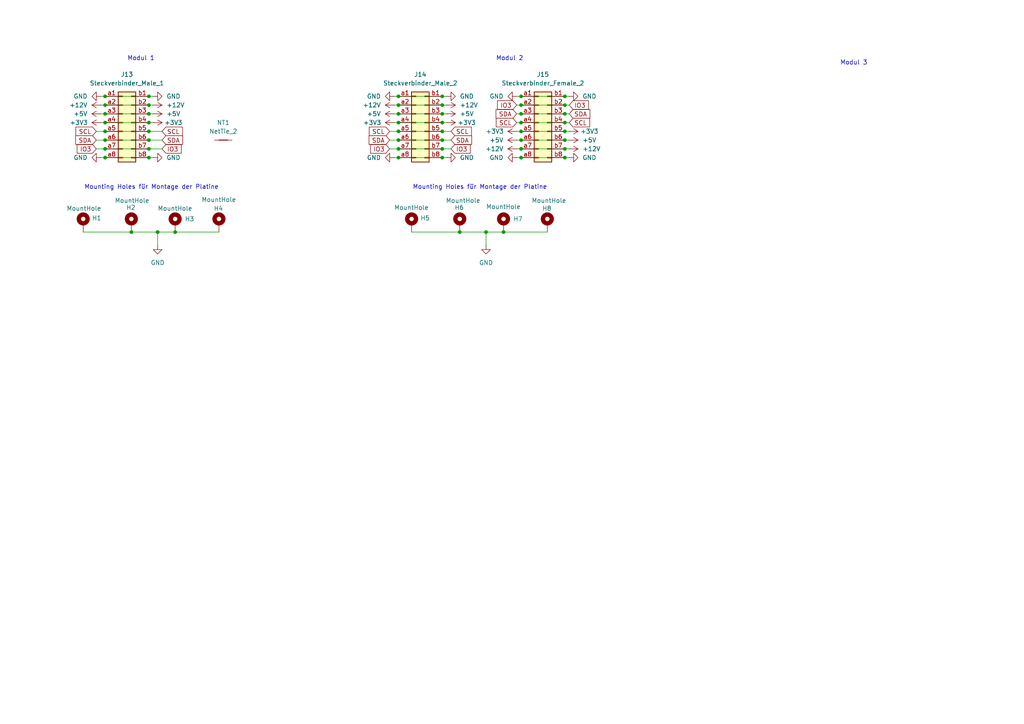
<source format=kicad_sch>
(kicad_sch (version 20231120) (generator "eeschema") (generator_version "8.0")
  (paper "A4")
  (lib_symbols
    (symbol "Connector_Generic:Conn_02x08_Row_Letter_First" (pin_names (offset 1.016) hide)
      (property "Reference" "J" (at 1.27 10.16 0))
      (property "Value" "Conn_02x08_Row_Letter_First" (at 1.27 -12.7 0))
      (symbol "Conn_02x08_Row_Letter_First_1_1"
        (rectangle (start -1.27 -10.033) (end 0 -10.287) (stroke (width 0.1524)))
        (rectangle (start -1.27 -7.493) (end 0 -7.747) (stroke (width 0.1524)))
        (rectangle (start -1.27 -4.953) (end 0 -5.207) (stroke (width 0.1524)))
        (rectangle (start -1.27 -2.413) (end 0 -2.667) (stroke (width 0.1524)))
        (rectangle (start -1.27 0.127) (end 0 -0.127) (stroke (width 0.1524)))
        (rectangle (start -1.27 2.667) (end 0 2.413) (stroke (width 0.1524)))
        (rectangle (start -1.27 5.207) (end 0 4.953) (stroke (width 0.1524)))
        (rectangle (start -1.27 7.747) (end 0 7.493) (stroke (width 0.1524)))
        (rectangle (start -1.27 8.89) (end 3.81 -11.43) (stroke (width 0.254)) (fill (type background)))
        (rectangle (start 3.81 -10.033) (end 2.54 -10.287) (stroke (width 0.1524)))
        (rectangle (start 3.81 -7.493) (end 2.54 -7.747) (stroke (width 0.1524)))
        (rectangle (start 3.81 -4.953) (end 2.54 -5.207) (stroke (width 0.1524)))
        (rectangle (start 3.81 -2.413) (end 2.54 -2.667) (stroke (width 0.1524)))
        (rectangle (start 3.81 0.127) (end 2.54 -0.127) (stroke (width 0.1524)))
        (rectangle (start 3.81 2.667) (end 2.54 2.413) (stroke (width 0.1524)))
        (rectangle (start 3.81 5.207) (end 2.54 4.953) (stroke (width 0.1524)))
        (rectangle (start 3.81 7.747) (end 2.54 7.493) (stroke (width 0.1524)))
        (pin passive line (at -5.08 7.62 0) (length 3.81) (name "Pin_a1") (number "a1"))
        (pin passive line (at -5.08 5.08 0) (length 3.81) (name "Pin_a2") (number "a2"))
        (pin passive line (at -5.08 2.54 0) (length 3.81) (name "Pin_a3") (number "a3"))
        (pin passive line (at -5.08 0 0) (length 3.81) (name "Pin_a4") (number "a4"))
        (pin passive line (at -5.08 -2.54 0) (length 3.81) (name "Pin_a5") (number "a5"))
        (pin passive line (at -5.08 -5.08 0) (length 3.81) (name "Pin_a6") (number "a6"))
        (pin passive line (at -5.08 -7.62 0) (length 3.81) (name "Pin_a7") (number "a7"))
        (pin passive line (at -5.08 -10.16 0) (length 3.81) (name "Pin_a8") (number "a8"))
        (pin passive line (at 7.62 7.62 180) (length 3.81) (name "Pin_b1") (number "b1"))
        (pin passive line (at 7.62 5.08 180) (length 3.81) (name "Pin_b2") (number "b2"))
        (pin passive line (at 7.62 2.54 180) (length 3.81) (name "Pin_b3") (number "b3"))
        (pin passive line (at 7.62 0 180) (length 3.81) (name "Pin_b4") (number "b4"))
        (pin passive line (at 7.62 -2.54 180) (length 3.81) (name "Pin_b5") (number "b5"))
        (pin passive line (at 7.62 -5.08 180) (length 3.81) (name "Pin_b6") (number "b6"))
        (pin passive line (at 7.62 -7.62 180) (length 3.81) (name "Pin_b7") (number "b7"))
        (pin passive line (at 7.62 -10.16 180) (length 3.81) (name "Pin_b8") (number "b8"))
      )
    )
    (symbol "Device:NetTie_2" (pin_numbers hide) (pin_names (offset 0) hide) (in_bom no)
      (property "Reference" "NT" (at 0 1.27 0))
      (property "Value" "NetTie_2" (at 0 -1.27 0))
      (symbol "NetTie_2_0_1"
        (polyline (pts (xy -1.27 0) (xy 1.27 0)) (stroke (width 0.254)))
      )
      (symbol "NetTie_2_1_1"
        (pin passive line (at -2.54 0 0) (length 2.54) (name "1") (number "1"))
        (pin passive line (at 2.54 0 180) (length 2.54) (name "2") (number "2"))
      )
    )
    (symbol "Mechanical:MountingHole_Pad" (pin_numbers hide) (pin_names (offset 1.016) hide)
      (property "Reference" "H" (at 0 6.35 0))
      (property "Value" "MountingHole_Pad" (at 0 4.445 0))
      (symbol "MountingHole_Pad_0_1"
        (circle (center 0 1.27) (radius 1.27) (stroke (width 1.27)))
      )
      (symbol "MountingHole_Pad_1_1"
        (pin input line (at 0 -2.54 90) (length 2.54) (name "1") (number "1"))
      )
    )
    (symbol "MountingHole_Pad_1" (pin_numbers hide) (pin_names (offset 1.016) hide)
      (property "Reference" "H" (at 0 6.35 0))
      (property "Value" "MountingHole_Pad" (at 0 4.445 0))
      (symbol "MountingHole_Pad_1_0_1"
        (circle (center 0 1.27) (radius 1.27) (stroke (width 1.27)))
      )
      (symbol "MountingHole_Pad_1_1_1"
        (pin input line (at 0 -2.54 90) (length 2.54) (name "1") (number "1"))
      )
    )
    (symbol "MountingHole_Pad_2" (pin_numbers hide) (pin_names (offset 1.016) hide)
      (property "Reference" "H" (at 0 6.35 0))
      (property "Value" "MountingHole_Pad" (at 0 4.445 0))
      (symbol "MountingHole_Pad_2_0_1"
        (circle (center 0 1.27) (radius 1.27) (stroke (width 1.27)))
      )
      (symbol "MountingHole_Pad_2_1_1"
        (pin input line (at 0 -2.54 90) (length 2.54) (name "1") (number "1"))
      )
    )
    (symbol "MountingHole_Pad_3" (pin_numbers hide) (pin_names (offset 1.016) hide)
      (property "Reference" "H" (at 0 6.35 0))
      (property "Value" "MountingHole_Pad" (at 0 4.445 0))
      (symbol "MountingHole_Pad_3_0_1"
        (circle (center 0 1.27) (radius 1.27) (stroke (width 1.27)))
      )
      (symbol "MountingHole_Pad_3_1_1"
        (pin input line (at 0 -2.54 90) (length 2.54) (name "1") (number "1"))
      )
    )
    (symbol "power:+12V" (power) (pin_numbers hide) (pin_names (offset 0) hide)
      (property "Value" "+12V" (at 0 3.556 0))
      (symbol "+12V_0_1"
        (polyline (pts (xy -0.762 1.27) (xy 0 2.54)))
        (polyline (pts (xy 0 0) (xy 0 2.54)))
        (polyline (pts (xy 0 2.54) (xy 0.762 1.27)))
      )
      (symbol "+12V_1_1"
        (pin power_in line (at 0 0 90) (length 0) (name "~") (number "1"))
      )
    )
    (symbol "power:+3V3" (power) (pin_numbers hide) (pin_names (offset 0) hide)
      (property "Value" "+3V3" (at 0 3.556 0))
      (symbol "+3V3_0_1"
        (polyline (pts (xy -0.762 1.27) (xy 0 2.54)))
        (polyline (pts (xy 0 0) (xy 0 2.54)))
        (polyline (pts (xy 0 2.54) (xy 0.762 1.27)))
      )
      (symbol "+3V3_1_1"
        (pin power_in line (at 0 0 90) (length 0) (name "~") (number "1"))
      )
    )
    (symbol "power:+5V" (power) (pin_numbers hide) (pin_names (offset 0) hide)
      (property "Value" "+5V" (at 0 3.556 0))
      (symbol "+5V_0_1"
        (polyline (pts (xy -0.762 1.27) (xy 0 2.54)))
        (polyline (pts (xy 0 0) (xy 0 2.54)))
        (polyline (pts (xy 0 2.54) (xy 0.762 1.27)))
      )
      (symbol "+5V_1_1"
        (pin power_in line (at 0 0 90) (length 0) (name "~") (number "1"))
      )
    )
    (symbol "power:GND" (power) (pin_numbers hide) (pin_names (offset 0) hide)
      (property "Value" "GND" (at 0 -3.81 0))
      (symbol "GND_0_1"
        (polyline (pts (xy 0 0) (xy 0 -1.27) (xy 1.27 -1.27) (xy 0 -2.54) (xy -1.27 -1.27) (xy 0 -1.27)))
      )
      (symbol "GND_1_1"
        (pin power_in line (at 0 0 270) (length 0) (name "~") (number "1"))
      )
    )
  )
  (junction (at 163.83 38.1))
  (junction (at 115.57 33.02))
  (junction (at 43.18 30.48))
  (junction (at 43.18 38.1))
  (junction (at 30.48 30.48))
  (junction (at 43.18 40.64))
  (junction (at 151.13 30.48))
  (junction (at 43.18 45.72))
  (junction (at 128.27 38.1))
  (junction (at 43.18 33.02))
  (junction (at 151.13 33.02))
  (junction (at 115.57 45.72))
  (junction (at 50.8 67.31))
  (junction (at 30.48 38.1))
  (junction (at 128.27 27.94))
  (junction (at 115.57 38.1))
  (junction (at 128.27 43.18))
  (junction (at 163.83 27.94))
  (junction (at 43.18 27.94))
  (junction (at 115.57 43.18))
  (junction (at 163.83 30.48))
  (junction (at 30.48 45.72))
  (junction (at 30.48 40.64))
  (junction (at 163.83 35.56))
  (junction (at 151.13 45.72))
  (junction (at 163.83 33.02))
  (junction (at 43.18 35.56))
  (junction (at 128.27 30.48))
  (junction (at 151.13 35.56))
  (junction (at 30.48 35.56))
  (junction (at 151.13 27.94))
  (junction (at 38.1 67.31))
  (junction (at 151.13 40.64))
  (junction (at 30.48 33.02))
  (junction (at 30.48 43.18))
  (junction (at 151.13 43.18))
  (junction (at 128.27 35.56))
  (junction (at 45.72 67.31))
  (junction (at 140.97 67.31))
  (junction (at 163.83 43.18))
  (junction (at 115.57 30.48))
  (junction (at 128.27 33.02))
  (junction (at 163.83 40.64))
  (junction (at 146.05 67.31))
  (junction (at 163.83 45.72))
  (junction (at 128.27 40.64))
  (junction (at 151.13 38.1))
  (junction (at 115.57 27.94))
  (junction (at 43.18 43.18))
  (junction (at 115.57 40.64))
  (junction (at 128.27 45.72))
  (junction (at 115.57 35.56))
  (junction (at 30.48 27.94))
  (junction (at 133.35 67.31))
  (wire (pts (xy 44.45 33.02) (xy 43.18 33.02)))
  (wire (pts (xy 149.86 33.02) (xy 151.13 33.02)))
  (wire (pts (xy 30.48 38.1) (xy 43.18 38.1)))
  (wire (pts (xy 151.13 43.18) (xy 163.83 43.18)))
  (wire (pts (xy 24.13 67.31) (xy 38.1 67.31)))
  (wire (pts (xy 29.21 33.02) (xy 30.48 33.02)))
  (wire (pts (xy 149.86 43.18) (xy 151.13 43.18)))
  (wire (pts (xy 30.48 35.56) (xy 43.18 35.56)))
  (wire (pts (xy 165.1 30.48) (xy 163.83 30.48)))
  (wire (pts (xy 165.1 35.56) (xy 163.83 35.56)))
  (wire (pts (xy 151.13 30.48) (xy 163.83 30.48)))
  (wire (pts (xy 151.13 40.64) (xy 163.83 40.64)))
  (wire (pts (xy 133.35 67.31) (xy 140.97 67.31)))
  (wire (pts (xy 151.13 33.02) (xy 163.83 33.02)))
  (wire (pts (xy 115.57 40.64) (xy 128.27 40.64)))
  (wire (pts (xy 165.1 27.94) (xy 163.83 27.94)))
  (wire (pts (xy 140.97 67.31) (xy 140.97 71.12)))
  (wire (pts (xy 43.18 40.64) (xy 46.99 40.64)))
  (wire (pts (xy 115.57 33.02) (xy 128.27 33.02)))
  (wire (pts (xy 165.1 38.1) (xy 163.83 38.1)))
  (wire (pts (xy 27.94 38.1) (xy 30.48 38.1)))
  (wire (pts (xy 29.21 27.94) (xy 30.48 27.94)))
  (wire (pts (xy 45.72 67.31) (xy 45.72 71.12)))
  (wire (pts (xy 114.3 30.48) (xy 115.57 30.48)))
  (wire (pts (xy 149.86 30.48) (xy 151.13 30.48)))
  (wire (pts (xy 129.54 33.02) (xy 128.27 33.02)))
  (wire (pts (xy 151.13 27.94) (xy 163.83 27.94)))
  (wire (pts (xy 165.1 45.72) (xy 163.83 45.72)))
  (wire (pts (xy 151.13 38.1) (xy 163.83 38.1)))
  (wire (pts (xy 44.45 35.56) (xy 43.18 35.56)))
  (wire (pts (xy 115.57 27.94) (xy 128.27 27.94)))
  (wire (pts (xy 44.45 27.94) (xy 43.18 27.94)))
  (wire (pts (xy 30.48 45.72) (xy 43.18 45.72)))
  (wire (pts (xy 129.54 35.56) (xy 128.27 35.56)))
  (wire (pts (xy 44.45 45.72) (xy 43.18 45.72)))
  (wire (pts (xy 29.21 45.72) (xy 30.48 45.72)))
  (wire (pts (xy 149.86 35.56) (xy 151.13 35.56)))
  (wire (pts (xy 129.54 27.94) (xy 128.27 27.94)))
  (wire (pts (xy 119.38 67.31) (xy 133.35 67.31)))
  (wire (pts (xy 149.86 38.1) (xy 151.13 38.1)))
  (wire (pts (xy 115.57 38.1) (xy 128.27 38.1)))
  (wire (pts (xy 30.48 43.18) (xy 43.18 43.18)))
  (wire (pts (xy 151.13 35.56) (xy 163.83 35.56)))
  (wire (pts (xy 165.1 40.64) (xy 163.83 40.64)))
  (wire (pts (xy 114.3 33.02) (xy 115.57 33.02)))
  (wire (pts (xy 165.1 43.18) (xy 163.83 43.18)))
  (wire (pts (xy 128.27 40.64) (xy 130.81 40.64)))
  (wire (pts (xy 146.05 67.31) (xy 158.75 67.31)))
  (wire (pts (xy 115.57 30.48) (xy 128.27 30.48)))
  (wire (pts (xy 114.3 35.56) (xy 115.57 35.56)))
  (wire (pts (xy 128.27 43.18) (xy 130.81 43.18)))
  (wire (pts (xy 43.18 38.1) (xy 46.99 38.1)))
  (wire (pts (xy 115.57 35.56) (xy 128.27 35.56)))
  (wire (pts (xy 128.27 38.1) (xy 130.81 38.1)))
  (wire (pts (xy 129.54 45.72) (xy 128.27 45.72)))
  (wire (pts (xy 113.03 40.64) (xy 115.57 40.64)))
  (wire (pts (xy 140.97 67.31) (xy 146.05 67.31)))
  (wire (pts (xy 149.86 45.72) (xy 151.13 45.72)))
  (wire (pts (xy 115.57 45.72) (xy 128.27 45.72)))
  (wire (pts (xy 45.72 67.31) (xy 50.8 67.31)))
  (wire (pts (xy 30.48 27.94) (xy 43.18 27.94)))
  (wire (pts (xy 149.86 40.64) (xy 151.13 40.64)))
  (wire (pts (xy 27.94 40.64) (xy 30.48 40.64)))
  (wire (pts (xy 129.54 30.48) (xy 128.27 30.48)))
  (wire (pts (xy 38.1 67.31) (xy 45.72 67.31)))
  (wire (pts (xy 165.1 33.02) (xy 163.83 33.02)))
  (wire (pts (xy 50.8 67.31) (xy 63.5 67.31)))
  (wire (pts (xy 30.48 40.64) (xy 43.18 40.64)))
  (wire (pts (xy 29.21 30.48) (xy 30.48 30.48)))
  (wire (pts (xy 43.18 43.18) (xy 46.99 43.18)))
  (wire (pts (xy 30.48 33.02) (xy 43.18 33.02)))
  (wire (pts (xy 44.45 30.48) (xy 43.18 30.48)))
  (wire (pts (xy 113.03 43.18) (xy 115.57 43.18)))
  (wire (pts (xy 30.48 30.48) (xy 43.18 30.48)))
  (wire (pts (xy 115.57 43.18) (xy 128.27 43.18)))
  (wire (pts (xy 114.3 45.72) (xy 115.57 45.72)))
  (wire (pts (xy 114.3 27.94) (xy 115.57 27.94)))
  (wire (pts (xy 149.86 27.94) (xy 151.13 27.94)))
  (wire (pts (xy 113.03 38.1) (xy 115.57 38.1)))
  (wire (pts (xy 27.94 43.18) (xy 30.48 43.18)))
  (wire (pts (xy 151.13 45.72) (xy 163.83 45.72)))
  (wire (pts (xy 29.21 35.56) (xy 30.48 35.56)))
  (text "Modul 1" (at 40.894 17.018 0) (effects (font (size 1.27 1.27))))
  (text "Modul 3\n" (at 247.65 18.288 0) (effects (font (size 1.27 1.27))))
  (text "Mounting Holes für Montage der Platine" (at 43.942 54.356 0) (effects (font (size 1.27 1.27))))
  (text "Modul 2\n" (at 147.828 17.018 0) (effects (font (size 1.27 1.27))))
  (text "Mounting Holes für Montage der Platine" (at 139.192 54.356 0) (effects (font (size 1.27 1.27))))
  (global_label "SCL" (shape input) (at 149.86 35.56 180) (property "Intersheetrefs" "${INTERSHEET_REFS}" (effects (hide yes))))
  (global_label "IO3" (shape input) (at 46.99 43.18 0) (property "Intersheetrefs" "${INTERSHEET_REFS}" (effects (hide yes))))
  (global_label "SCL" (shape input) (at 113.03 38.1 180) (property "Intersheetrefs" "${INTERSHEET_REFS}" (effects (hide yes))))
  (global_label "IO3" (shape input) (at 165.1 30.48 0) (property "Intersheetrefs" "${INTERSHEET_REFS}" (effects (hide yes))))
  (global_label "IO3" (shape input) (at 130.81 43.18 0) (property "Intersheetrefs" "${INTERSHEET_REFS}" (effects (hide yes))))
  (global_label "SCL" (shape input) (at 130.81 38.1 0) (property "Intersheetrefs" "${INTERSHEET_REFS}" (effects (hide yes))))
  (global_label "IO3" (shape input) (at 113.03 43.18 180) (property "Intersheetrefs" "${INTERSHEET_REFS}" (effects (hide yes))))
  (global_label "SCL" (shape input) (at 27.94 38.1 180) (property "Intersheetrefs" "${INTERSHEET_REFS}" (effects (hide yes))))
  (global_label "SDA" (shape input) (at 130.81 40.64 0) (property "Intersheetrefs" "${INTERSHEET_REFS}" (effects (hide yes))))
  (global_label "SDA" (shape input) (at 113.03 40.64 180) (property "Intersheetrefs" "${INTERSHEET_REFS}" (effects (hide yes))))
  (global_label "SDA" (shape input) (at 149.86 33.02 180) (property "Intersheetrefs" "${INTERSHEET_REFS}" (effects (hide yes))))
  (global_label "SCL" (shape input) (at 165.1 35.56 0) (property "Intersheetrefs" "${INTERSHEET_REFS}" (effects (hide yes))))
  (global_label "SDA" (shape input) (at 46.99 40.64 0) (property "Intersheetrefs" "${INTERSHEET_REFS}" (effects (hide yes))))
  (global_label "SCL" (shape input) (at 46.99 38.1 0) (property "Intersheetrefs" "${INTERSHEET_REFS}" (effects (hide yes))))
  (global_label "SDA" (shape input) (at 165.1 33.02 0) (property "Intersheetrefs" "${INTERSHEET_REFS}" (effects (hide yes))))
  (global_label "IO3" (shape input) (at 27.94 43.18 180) (property "Intersheetrefs" "${INTERSHEET_REFS}" (effects (hide yes))))
  (global_label "IO3" (shape input) (at 149.86 30.48 180) (property "Intersheetrefs" "${INTERSHEET_REFS}" (effects (hide yes))))
  (global_label "SDA" (shape input) (at 27.94 40.64 180) (property "Intersheetrefs" "${INTERSHEET_REFS}" (effects (hide yes))))
  (symbol (lib_id "power:GND") (at 114.3 45.72 270) (unit 1)
    (property "Reference" "#PWR084" (effects (hide yes)))
    (property "Value" "GND" (at 110.49 45.7199 90) (effects (justify right)))
    (property "Description" "Power symbol creates a global label with name \"GND\" , ground" (effects (hide yes)))
  )
  (symbol (lib_id "power:+3V3") (at 165.1 38.1 270) (unit 1)
    (property "Reference" "#PWR064" (effects (hide yes)))
    (property "Value" "+3V3" (at 170.942 38.1 90))
    (property "Description" "Power symbol creates a global label with name \"+3V3\"" (effects (hide yes)))
  )
  (symbol (lib_id "power:+3V3") (at 129.54 35.56 270) (unit 1)
    (property "Reference" "#PWR073" (effects (hide yes)))
    (property "Value" "+3V3" (at 135.382 35.56 90))
    (property "Description" "Power symbol creates a global label with name \"+3V3\"" (effects (hide yes)))
  )
  (symbol (lib_id "power:+5V") (at 165.1 40.64 270) (unit 1)
    (property "Reference" "#PWR063" (effects (hide yes)))
    (property "Value" "+5V" (at 168.91 40.6399 90) (effects (justify left)))
    (property "Description" "Power symbol creates a global label with name \"+5V\"" (effects (hide yes)))
  )
  (symbol (lib_id "power:+5V") (at 114.3 33.02 90) (unit 1)
    (property "Reference" "#PWR082" (effects (hide yes)))
    (property "Value" "+5V" (at 110.49 33.0199 90) (effects (justify left)))
    (property "Description" "Power symbol creates a global label with name \"+5V\"" (effects (hide yes)))
  )
  (symbol (lib_id "power:+12V") (at 29.21 30.48 90) (unit 1)
    (property "Reference" "#PWR033" (effects (hide yes)))
    (property "Value" "+12V" (at 25.4 30.4799 90) (effects (justify left)))
    (property "Description" "Power symbol creates a global label with name \"+12V\"" (effects (hide yes)))
  )
  (symbol (lib_id "power:+12V") (at 165.1 43.18 270) (unit 1)
    (property "Reference" "#PWR055" (effects (hide yes)))
    (property "Value" "+12V" (at 168.91 43.1799 90) (effects (justify left)))
    (property "Description" "Power symbol creates a global label with name \"+12V\"" (effects (hide yes)))
  )
  (symbol (lib_id "power:+12V") (at 44.45 30.48 270) (unit 1)
    (property "Reference" "#PWR066" (effects (hide yes)))
    (property "Value" "+12V" (at 48.26 30.4799 90) (effects (justify left)))
    (property "Description" "Power symbol creates a global label with name \"+12V\"" (effects (hide yes)))
  )
  (symbol (lib_id "power:+12V") (at 129.54 30.48 270) (unit 1)
    (property "Reference" "#PWR071" (effects (hide yes)))
    (property "Value" "+12V" (at 133.35 30.4799 90) (effects (justify left)))
    (property "Description" "Power symbol creates a global label with name \"+12V\"" (effects (hide yes)))
  )
  (symbol (lib_id "power:GND") (at 165.1 27.94 90) (unit 1)
    (property "Reference" "#PWR081" (effects (hide yes)))
    (property "Value" "GND" (at 168.91 27.9399 90) (effects (justify right)))
    (property "Description" "Power symbol creates a global label with name \"GND\" , ground" (effects (hide yes)))
  )
  (symbol (lib_id "power:GND") (at 44.45 45.72 90) (unit 1)
    (property "Reference" "#PWR077" (effects (hide yes)))
    (property "Value" "GND" (at 48.26 45.7199 90) (effects (justify right)))
    (property "Description" "Power symbol creates a global label with name \"GND\" , ground" (effects (hide yes)))
  )
  (symbol (lib_id "power:GND") (at 149.86 27.94 270) (unit 1)
    (property "Reference" "#PWR076" (effects (hide yes)))
    (property "Value" "GND" (at 146.05 27.9399 90) (effects (justify right)))
    (property "Description" "Power symbol creates a global label with name \"GND\" , ground" (effects (hide yes)))
  )
  (symbol (lib_id "power:+3V3") (at 29.21 35.56 90) (unit 1)
    (property "Reference" "#PWR053" (effects (hide yes)))
    (property "Value" "+3V3" (at 22.86 35.56 90))
    (property "Description" "Power symbol creates a global label with name \"+3V3\"" (effects (hide yes)))
  )
  (symbol (lib_name "MountingHole_Pad_1") (lib_id "Mechanical:MountingHole_Pad") (at 63.5 64.77 0) (unit 1)
    (property "Reference" "H4" (at 61.976 60.452 0) (effects (justify left)))
    (property "Value" "MountHole" (at 58.42 57.912 0) (effects (justify left)))
    (property "Footprint" "MountingHole:MountingHole_2.2mm_M2_Pad_TopBottom" (effects (hide yes)))
    (property "Description" "Mounting Hole with connection" (effects (hide yes)))
  )
  (symbol (lib_id "Connector_Generic:Conn_02x08_Row_Letter_First") (at 156.21 35.56 0) (unit 1)
    (property "Reference" "J15" (at 157.48 21.59 0))
    (property "Value" "Steckverbinder_Female_2" (at 157.48 24.13 0))
    (property "Footprint" "CustomFotLibByJan:BF030-16A-B1-0360-0277-0600-LB" (effects (hide yes)))
    (property "Description" "Generic connector, double row, 02x08, row letter first pin numbering scheme (pin number consists of a letter for the row and a number for the pin index in this row. a1, ..., aN; b1, ..., bN), script generated (kicad-library-utils/schlib/autogen/connector/)" (effects (hide yes)))
  )
  (symbol (lib_id "power:GND") (at 45.72 71.12 0) (unit 1)
    (property "Reference" "#PWR012" (effects (hide yes)))
    (property "Value" "GND" (at 45.72 76.2 0))
    (property "Description" "Power symbol creates a global label with name \"GND\" , ground" (effects (hide yes)))
  )
  (symbol (lib_id "Mechanical:MountingHole_Pad") (at 119.38 64.77 0) (unit 1)
    (property "Reference" "H5" (at 121.92 63.246 0) (effects (justify left)))
    (property "Value" "MountHole" (at 114.3 60.198 0) (effects (justify left)))
    (property "Footprint" "MountingHole:MountingHole_2.2mm_M2_Pad_TopBottom" (effects (hide yes)))
    (property "Description" "Mounting Hole with connection" (effects (hide yes)))
  )
  (symbol (lib_id "power:+5V") (at 149.86 40.64 90) (unit 1)
    (property "Reference" "#PWR051" (effects (hide yes)))
    (property "Value" "+5V" (at 146.05 40.6399 90) (effects (justify left)))
    (property "Description" "Power symbol creates a global label with name \"+5V\"" (effects (hide yes)))
  )
  (symbol (lib_id "power:GND") (at 29.21 45.72 270) (unit 1)
    (property "Reference" "#PWR037" (effects (hide yes)))
    (property "Value" "GND" (at 25.4 45.7199 90) (effects (justify right)))
    (property "Description" "Power symbol creates a global label with name \"GND\" , ground" (effects (hide yes)))
  )
  (symbol (lib_id "power:+5V") (at 29.21 33.02 90) (unit 1)
    (property "Reference" "#PWR035" (effects (hide yes)))
    (property "Value" "+5V" (at 25.4 33.0199 90) (effects (justify left)))
    (property "Description" "Power symbol creates a global label with name \"+5V\"" (effects (hide yes)))
  )
  (symbol (lib_id "power:+3V3") (at 44.45 35.56 270) (unit 1)
    (property "Reference" "#PWR068" (effects (hide yes)))
    (property "Value" "+3V3" (at 50.292 35.56 90))
    (property "Description" "Power symbol creates a global label with name \"+3V3\"" (effects (hide yes)))
  )
  (symbol (lib_id "power:GND") (at 114.3 27.94 270) (unit 1)
    (property "Reference" "#PWR078" (effects (hide yes)))
    (property "Value" "GND" (at 110.49 27.9399 90) (effects (justify right)))
    (property "Description" "Power symbol creates a global label with name \"GND\" , ground" (effects (hide yes)))
  )
  (symbol (lib_id "power:+5V") (at 44.45 33.02 270) (unit 1)
    (property "Reference" "#PWR067" (effects (hide yes)))
    (property "Value" "+5V" (at 48.26 33.0199 90) (effects (justify left)))
    (property "Description" "Power symbol creates a global label with name \"+5V\"" (effects (hide yes)))
  )
  (symbol (lib_id "power:+12V") (at 114.3 30.48 90) (unit 1)
    (property "Reference" "#PWR079" (effects (hide yes)))
    (property "Value" "+12V" (at 110.49 30.4799 90) (effects (justify left)))
    (property "Description" "Power symbol creates a global label with name \"+12V\"" (effects (hide yes)))
  )
  (symbol (lib_name "MountingHole_Pad_1") (lib_id "Mechanical:MountingHole_Pad") (at 158.75 64.77 0) (unit 1)
    (property "Reference" "H8" (at 157.226 60.452 0) (effects (justify left)))
    (property "Value" "MountHole" (at 154.178 58.166 0) (effects (justify left)))
    (property "Footprint" "MountingHole:MountingHole_2.2mm_M2_Pad_TopBottom" (effects (hide yes)))
    (property "Description" "Mounting Hole with connection" (effects (hide yes)))
  )
  (symbol (lib_name "MountingHole_Pad_3") (lib_id "Mechanical:MountingHole_Pad") (at 38.1 64.77 0) (unit 1)
    (property "Reference" "H2" (at 36.576 60.198 0) (effects (justify left)))
    (property "Value" "MountHole" (at 33.274 58.166 0) (effects (justify left)))
    (property "Footprint" "MountingHole:MountingHole_2.2mm_M2_Pad_TopBottom" (effects (hide yes)))
    (property "Description" "Mounting Hole with connection" (effects (hide yes)))
  )
  (symbol (lib_id "power:+12V") (at 149.86 43.18 90) (unit 1)
    (property "Reference" "#PWR041" (effects (hide yes)))
    (property "Value" "+12V" (at 146.05 43.1799 90) (effects (justify left)))
    (property "Description" "Power symbol creates a global label with name \"+12V\"" (effects (hide yes)))
  )
  (symbol (lib_id "Connector_Generic:Conn_02x08_Row_Letter_First") (at 35.56 35.56 0) (unit 1)
    (property "Reference" "J13" (at 36.83 21.59 0))
    (property "Value" "Steckverbinder_Male_1" (at 36.83 24.13 0))
    (property "Footprint" "CustomFotLibByJan:BF100-16-A-D-1-0640-L-C" (effects (hide yes)))
    (property "Description" "Generic connector, double row, 02x08, row letter first pin numbering scheme (pin number consists of a letter for the row and a number for the pin index in this row. a1, ..., aN; b1, ..., bN), script generated (kicad-library-utils/schlib/autogen/connector/)" (effects (hide yes)))
  )
  (symbol (lib_id "power:GND") (at 129.54 45.72 90) (unit 1)
    (property "Reference" "#PWR074" (effects (hide yes)))
    (property "Value" "GND" (at 133.35 45.7199 90) (effects (justify right)))
    (property "Description" "Power symbol creates a global label with name \"GND\" , ground" (effects (hide yes)))
  )
  (symbol (lib_id "power:GND") (at 149.86 45.72 270) (unit 1)
    (property "Reference" "#PWR080" (effects (hide yes)))
    (property "Value" "GND" (at 146.05 45.7199 90) (effects (justify right)))
    (property "Description" "Power symbol creates a global label with name \"GND\" , ground" (effects (hide yes)))
  )
  (symbol (lib_id "Connector_Generic:Conn_02x08_Row_Letter_First") (at 120.65 35.56 0) (unit 1)
    (property "Reference" "J14" (at 121.92 21.59 0))
    (property "Value" "Steckverbinder_Male_2" (at 121.92 24.13 0))
    (property "Footprint" "CustomFotLibByJan:BF100-16-A-D-1-0640-L-C" (effects (hide yes)))
    (property "Description" "Generic connector, double row, 02x08, row letter first pin numbering scheme (pin number consists of a letter for the row and a number for the pin index in this row. a1, ..., aN; b1, ..., bN), script generated (kicad-library-utils/schlib/autogen/connector/)" (effects (hide yes)))
  )
  (symbol (lib_id "power:+5V") (at 129.54 33.02 270) (unit 1)
    (property "Reference" "#PWR072" (effects (hide yes)))
    (property "Value" "+5V" (at 133.35 33.0199 90) (effects (justify left)))
    (property "Description" "Power symbol creates a global label with name \"+5V\"" (effects (hide yes)))
  )
  (symbol (lib_id "power:+3V3") (at 149.86 38.1 90) (unit 1)
    (property "Reference" "#PWR054" (effects (hide yes)))
    (property "Value" "+3V3" (at 143.51 38.1 90))
    (property "Description" "Power symbol creates a global label with name \"+3V3\"" (effects (hide yes)))
  )
  (symbol (lib_name "MountingHole_Pad_2") (lib_id "Mechanical:MountingHole_Pad") (at 50.8 64.77 0) (unit 1)
    (property "Reference" "H3" (at 53.594 63.5 0) (effects (justify left)))
    (property "Value" "MountHole" (at 45.72 60.452 0) (effects (justify left)))
    (property "Footprint" "MountingHole:MountingHole_2.2mm_M2_Pad_TopBottom" (effects (hide yes)))
    (property "Description" "Mounting Hole with connection" (effects (hide yes)))
  )
  (symbol (lib_id "power:GND") (at 129.54 27.94 90) (unit 1)
    (property "Reference" "#PWR070" (effects (hide yes)))
    (property "Value" "GND" (at 133.35 27.9399 90) (effects (justify right)))
    (property "Description" "Power symbol creates a global label with name \"GND\" , ground" (effects (hide yes)))
  )
  (symbol (lib_id "power:GND") (at 140.97 71.12 0) (unit 1)
    (property "Reference" "#PWR075" (effects (hide yes)))
    (property "Value" "GND" (at 140.97 76.2 0))
    (property "Description" "Power symbol creates a global label with name \"GND\" , ground" (effects (hide yes)))
  )
  (symbol (lib_id "power:GND") (at 29.21 27.94 270) (unit 1)
    (property "Reference" "#PWR032" (effects (hide yes)))
    (property "Value" "GND" (at 25.4 27.9399 90) (effects (justify right)))
    (property "Description" "Power symbol creates a global label with name \"GND\" , ground" (effects (hide yes)))
  )
  (symbol (lib_name "MountingHole_Pad_3") (lib_id "Mechanical:MountingHole_Pad") (at 133.35 64.77 0) (unit 1)
    (property "Reference" "H6" (at 131.826 60.198 0) (effects (justify left)))
    (property "Value" "MountHole" (at 129.286 58.166 0) (effects (justify left)))
    (property "Footprint" "MountingHole:MountingHole_2.2mm_M2_Pad_TopBottom" (effects (hide yes)))
    (property "Description" "Mounting Hole with connection" (effects (hide yes)))
  )
  (symbol (lib_id "power:+3V3") (at 114.3 35.56 90) (unit 1)
    (property "Reference" "#PWR083" (effects (hide yes)))
    (property "Value" "+3V3" (at 107.95 35.56 90))
    (property "Description" "Power symbol creates a global label with name \"+3V3\"" (effects (hide yes)))
  )
  (symbol (lib_id "power:GND") (at 165.1 45.72 90) (unit 1)
    (property "Reference" "#PWR085" (effects (hide yes)))
    (property "Value" "GND" (at 168.91 45.7199 90) (effects (justify right)))
    (property "Description" "Power symbol creates a global label with name \"GND\" , ground" (effects (hide yes)))
  )
  (symbol (lib_id "Mechanical:MountingHole_Pad") (at 24.13 64.77 0) (unit 1)
    (property "Reference" "H1" (at 26.67 63.246 0) (effects (justify left)))
    (property "Value" "MountHole" (at 19.304 60.452 0) (effects (justify left)))
    (property "Footprint" "MountingHole:MountingHole_2.2mm_M2_Pad_TopBottom" (effects (hide yes)))
    (property "Description" "Mounting Hole with connection" (effects (hide yes)))
  )
  (symbol (lib_id "Device:NetTie_2") (at 64.77 40.64 0) (unit 1) (in_bom no)
    (property "Reference" "NT1" (at 64.77 35.56 0))
    (property "Value" "NetTie_2" (at 64.77 38.1 0))
    (property "Description" "Net tie, 2 pins" (effects (hide yes)))
  )
  (symbol (lib_id "power:GND") (at 44.45 27.94 90) (unit 1)
    (property "Reference" "#PWR065" (effects (hide yes)))
    (property "Value" "GND" (at 48.26 27.9399 90) (effects (justify right)))
    (property "Description" "Power symbol creates a global label with name \"GND\" , ground" (effects (hide yes)))
  )
  (symbol (lib_name "MountingHole_Pad_2") (lib_id "Mechanical:MountingHole_Pad") (at 146.05 64.77 0) (unit 1)
    (property "Reference" "H7" (at 148.844 63.5 0) (effects (justify left)))
    (property "Value" "MountHole" (at 140.97 59.944 0) (effects (justify left)))
    (property "Footprint" "MountingHole:MountingHole_2.2mm_M2_Pad_TopBottom" (effects (hide yes)))
    (property "Description" "Mounting Hole with connection" (effects (hide yes)))
  )
)
</source>
